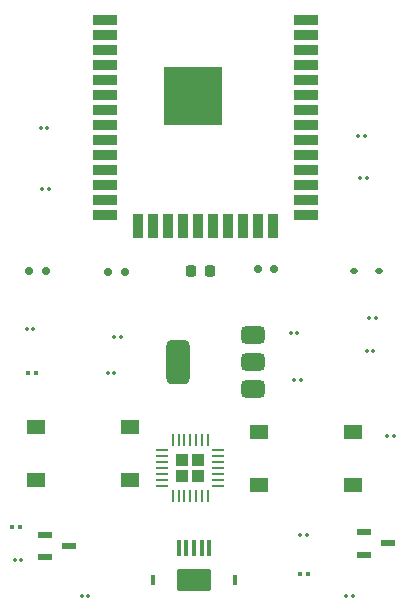
<source format=gbr>
%TF.GenerationSoftware,KiCad,Pcbnew,9.0.2*%
%TF.CreationDate,2025-07-05T23:34:38+05:30*%
%TF.ProjectId,_autosave-esp32devkitclone,5f617574-6f73-4617-9665-2d6573703332,rev?*%
%TF.SameCoordinates,Original*%
%TF.FileFunction,Paste,Top*%
%TF.FilePolarity,Positive*%
%FSLAX46Y46*%
G04 Gerber Fmt 4.6, Leading zero omitted, Abs format (unit mm)*
G04 Created by KiCad (PCBNEW 9.0.2) date 2025-07-05 23:34:38*
%MOMM*%
%LPD*%
G01*
G04 APERTURE LIST*
G04 Aperture macros list*
%AMRoundRect*
0 Rectangle with rounded corners*
0 $1 Rounding radius*
0 $2 $3 $4 $5 $6 $7 $8 $9 X,Y pos of 4 corners*
0 Add a 4 corners polygon primitive as box body*
4,1,4,$2,$3,$4,$5,$6,$7,$8,$9,$2,$3,0*
0 Add four circle primitives for the rounded corners*
1,1,$1+$1,$2,$3*
1,1,$1+$1,$4,$5*
1,1,$1+$1,$6,$7*
1,1,$1+$1,$8,$9*
0 Add four rect primitives between the rounded corners*
20,1,$1+$1,$2,$3,$4,$5,0*
20,1,$1+$1,$4,$5,$6,$7,0*
20,1,$1+$1,$6,$7,$8,$9,0*
20,1,$1+$1,$8,$9,$2,$3,0*%
G04 Aperture macros list end*
%ADD10R,1.300000X0.600000*%
%ADD11RoundRect,0.067500X-0.067500X-0.067500X0.067500X-0.067500X0.067500X0.067500X-0.067500X0.067500X0*%
%ADD12RoundRect,0.218750X-0.218750X-0.256250X0.218750X-0.256250X0.218750X0.256250X-0.218750X0.256250X0*%
%ADD13R,1.550000X1.300000*%
%ADD14RoundRect,0.079500X-0.079500X-0.100500X0.079500X-0.100500X0.079500X0.100500X-0.079500X0.100500X0*%
%ADD15R,0.300000X0.850000*%
%ADD16RoundRect,0.100000X-0.100000X-0.575000X0.100000X-0.575000X0.100000X0.575000X-0.100000X0.575000X0*%
%ADD17RoundRect,0.250000X-1.200000X-0.700000X1.200000X-0.700000X1.200000X0.700000X-1.200000X0.700000X0*%
%ADD18RoundRect,0.150000X0.150000X0.200000X-0.150000X0.200000X-0.150000X-0.200000X0.150000X-0.200000X0*%
%ADD19R,2.000000X0.900000*%
%ADD20R,0.900000X2.000000*%
%ADD21R,5.000000X5.000000*%
%ADD22RoundRect,0.250000X-0.295000X-0.295000X0.295000X-0.295000X0.295000X0.295000X-0.295000X0.295000X0*%
%ADD23RoundRect,0.062500X-0.425000X-0.062500X0.425000X-0.062500X0.425000X0.062500X-0.425000X0.062500X0*%
%ADD24RoundRect,0.062500X-0.062500X-0.425000X0.062500X-0.425000X0.062500X0.425000X-0.062500X0.425000X0*%
%ADD25RoundRect,0.375000X0.625000X0.375000X-0.625000X0.375000X-0.625000X-0.375000X0.625000X-0.375000X0*%
%ADD26RoundRect,0.500000X0.500000X1.400000X-0.500000X1.400000X-0.500000X-1.400000X0.500000X-1.400000X0*%
%ADD27RoundRect,0.112500X-0.187500X-0.112500X0.187500X-0.112500X0.187500X0.112500X-0.187500X0.112500X0*%
G04 APERTURE END LIST*
D10*
%TO.C,Q2*%
X197190000Y-125180000D03*
X197190000Y-127080000D03*
X199290000Y-126130000D03*
%TD*%
D11*
%TO.C,R21*%
X191810000Y-125370000D03*
X192360000Y-125370000D03*
%TD*%
%TO.C,R17*%
X196880000Y-95160000D03*
X197430000Y-95160000D03*
%TD*%
D12*
%TO.C,D1*%
X182605000Y-103080000D03*
X184180000Y-103080000D03*
%TD*%
D11*
%TO.C,C15*%
X169840000Y-90920000D03*
X170390000Y-90920000D03*
%TD*%
%TO.C,R25*%
X167640000Y-127540000D03*
X168190000Y-127540000D03*
%TD*%
D13*
%TO.C,SW1*%
X169450000Y-116280000D03*
X177400000Y-116280000D03*
X169450000Y-120780000D03*
X177400000Y-120780000D03*
%TD*%
D11*
%TO.C,C14*%
X199195000Y-117020000D03*
X199745000Y-117020000D03*
%TD*%
D14*
%TO.C,C21*%
X168755000Y-111720000D03*
X169445000Y-111720000D03*
%TD*%
D15*
%TO.C,J1*%
X179320000Y-129225000D03*
X186320000Y-129225000D03*
D16*
X184120000Y-126550000D03*
X183470000Y-126550000D03*
X182820000Y-126550000D03*
X182170000Y-126550000D03*
X181520000Y-126550000D03*
D17*
X182820000Y-129225000D03*
%TD*%
D13*
%TO.C,SW2*%
X188350000Y-116710000D03*
X196300000Y-116710000D03*
X188350000Y-121210000D03*
X196300000Y-121210000D03*
%TD*%
D18*
%TO.C,D4*%
X188210000Y-102890000D03*
X189610000Y-102890000D03*
%TD*%
D11*
%TO.C,R24*%
X173325000Y-130540000D03*
X173875000Y-130540000D03*
%TD*%
D14*
%TO.C,C3*%
X191760000Y-128710000D03*
X192450000Y-128710000D03*
%TD*%
D18*
%TO.C,D6*%
X168870000Y-103060000D03*
X170270000Y-103060000D03*
%TD*%
D11*
%TO.C,R22*%
X169975000Y-96140000D03*
X170525000Y-96140000D03*
%TD*%
%TO.C,R26*%
X191330000Y-112260000D03*
X191880000Y-112260000D03*
%TD*%
D14*
%TO.C,C1*%
X167375000Y-124750000D03*
X168065000Y-124750000D03*
%TD*%
D19*
%TO.C,MOD1*%
X175280000Y-81780000D03*
X175280000Y-83050000D03*
X175280000Y-84320000D03*
X175280000Y-85590000D03*
X175280000Y-86860000D03*
X175280000Y-88130000D03*
X175280000Y-89400000D03*
X175280000Y-90670000D03*
X175280000Y-91940000D03*
X175280000Y-93210000D03*
X175280000Y-94480000D03*
X175280000Y-95750000D03*
X175280000Y-97020000D03*
X175280000Y-98290000D03*
D20*
X178065000Y-99290000D03*
X179335000Y-99290000D03*
X180605000Y-99290000D03*
X181875000Y-99290000D03*
X183145000Y-99290000D03*
X184415000Y-99290000D03*
X185685000Y-99290000D03*
X186955000Y-99290000D03*
X188225000Y-99290000D03*
X189495000Y-99290000D03*
D19*
X192280000Y-98290000D03*
X192280000Y-97020000D03*
X192280000Y-95750000D03*
X192280000Y-94480000D03*
X192280000Y-93210000D03*
X192280000Y-91940000D03*
X192280000Y-90670000D03*
X192280000Y-89400000D03*
X192280000Y-88130000D03*
X192280000Y-86860000D03*
X192280000Y-85590000D03*
X192280000Y-84320000D03*
X192280000Y-83050000D03*
X192280000Y-81780000D03*
D21*
X182780000Y-88280000D03*
%TD*%
D11*
%TO.C,R11*%
X197435000Y-109800000D03*
X197985000Y-109800000D03*
%TD*%
D22*
%TO.C,U1*%
X181842500Y-119065000D03*
X181842500Y-120415000D03*
X183192500Y-119065000D03*
X183192500Y-120415000D03*
D23*
X180155000Y-118240000D03*
X180155000Y-118740000D03*
X180155000Y-119240000D03*
X180155000Y-119740000D03*
X180155000Y-120240000D03*
X180155000Y-120740000D03*
X180155000Y-121240000D03*
D24*
X181017500Y-122102500D03*
X181517500Y-122102500D03*
X182017500Y-122102500D03*
X182517500Y-122102500D03*
X183017500Y-122102500D03*
X183517500Y-122102500D03*
X184017500Y-122102500D03*
D23*
X184880000Y-121240000D03*
X184880000Y-120740000D03*
X184880000Y-120240000D03*
X184880000Y-119740000D03*
X184880000Y-119240000D03*
X184880000Y-118740000D03*
X184880000Y-118240000D03*
D24*
X184017500Y-117377500D03*
X183517500Y-117377500D03*
X183017500Y-117377500D03*
X182517500Y-117377500D03*
X182017500Y-117377500D03*
X181517500Y-117377500D03*
X181017500Y-117377500D03*
%TD*%
D11*
%TO.C,C9*%
X196715000Y-91600000D03*
X197265000Y-91600000D03*
%TD*%
%TO.C,C19*%
X175505000Y-111660000D03*
X176055000Y-111660000D03*
%TD*%
%TO.C,R18*%
X197675000Y-107080000D03*
X198225000Y-107080000D03*
%TD*%
D25*
%TO.C,U2*%
X187780000Y-113060000D03*
X187780000Y-110760000D03*
D26*
X181480000Y-110760000D03*
D25*
X187780000Y-108460000D03*
%TD*%
D27*
%TO.C,D3*%
X196390000Y-103090000D03*
X198490000Y-103090000D03*
%TD*%
D10*
%TO.C,Q1*%
X170170000Y-125410000D03*
X170170000Y-127310000D03*
X172270000Y-126360000D03*
%TD*%
D11*
%TO.C,C22*%
X168650000Y-107950000D03*
X169200000Y-107950000D03*
%TD*%
%TO.C,R23*%
X191005000Y-108270000D03*
X191555000Y-108270000D03*
%TD*%
%TO.C,C20*%
X176090000Y-108680000D03*
X176640000Y-108680000D03*
%TD*%
D18*
%TO.C,D5*%
X175560000Y-103130000D03*
X176960000Y-103130000D03*
%TD*%
D11*
%TO.C,R2*%
X195715000Y-130560000D03*
X196265000Y-130560000D03*
%TD*%
M02*

</source>
